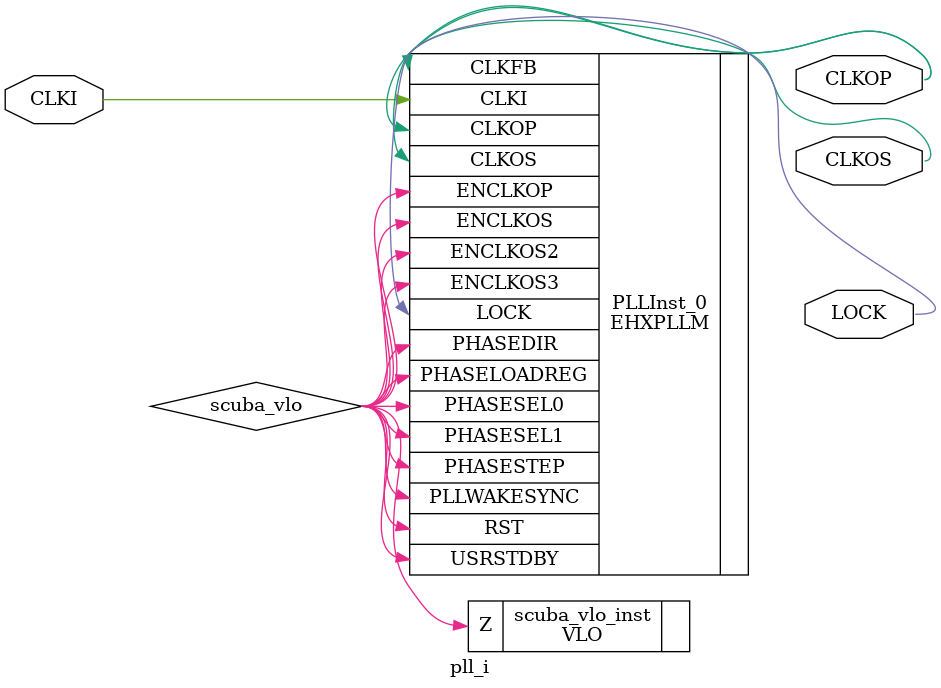
<source format=v>

module pll_i (CLKI, CLKOP, CLKOS, LOCK) /* synthesis NGD_DRC_MASK=1, syn_module_defined=1 */ ;   // c:/users/ethanhead/desktop/gen3-cam-fw/histofpgafw/pll/pll_i/pll_i.v(8[8:13])
    input CLKI;   // c:/users/ethanhead/desktop/gen3-cam-fw/histofpgafw/pll/pll_i/pll_i.v(9[16:20])
    output CLKOP;   // c:/users/ethanhead/desktop/gen3-cam-fw/histofpgafw/pll/pll_i/pll_i.v(10[17:22])
    output CLKOS;   // c:/users/ethanhead/desktop/gen3-cam-fw/histofpgafw/pll/pll_i/pll_i.v(11[17:22])
    output LOCK;   // c:/users/ethanhead/desktop/gen3-cam-fw/histofpgafw/pll/pll_i/pll_i.v(12[17:21])
    
    wire CLKI /* synthesis is_clock=1 */ ;   // c:/users/ethanhead/desktop/gen3-cam-fw/histofpgafw/pll/pll_i/pll_i.v(9[16:20])
    wire CLKOP /* synthesis is_clock=1 */ ;   // c:/users/ethanhead/desktop/gen3-cam-fw/histofpgafw/pll/pll_i/pll_i.v(10[17:22])
    
    wire scuba_vlo, VCC_net;
    
    VLO scuba_vlo_inst (.Z(scuba_vlo));
    EHXPLLM PLLInst_0 (.CLKI(CLKI), .CLKFB(CLKOP), .PHASESEL0(scuba_vlo), 
            .PHASESEL1(scuba_vlo), .PHASEDIR(scuba_vlo), .PHASESTEP(scuba_vlo), 
            .PHASELOADREG(scuba_vlo), .USRSTDBY(scuba_vlo), .PLLWAKESYNC(scuba_vlo), 
            .RST(scuba_vlo), .ENCLKOP(scuba_vlo), .ENCLKOS(scuba_vlo), 
            .ENCLKOS2(scuba_vlo), .ENCLKOS3(scuba_vlo), .CLKOP(CLKOP), 
            .CLKOS(CLKOS), .LOCK(LOCK)) /* synthesis FREQUENCY_PIN_CLKOS="132.800000", FREQUENCY_PIN_CLKOP="83.000000", FREQUENCY_PIN_CLKI="83.000000", ICP_CURRENT="13", LPF_RESISTOR="16", syn_instantiated=1 */ ;
    defparam PLLInst_0.FIN = "100.0000";
    defparam PLLInst_0.CLKI_DIV = 1;
    defparam PLLInst_0.CLKFB_DIV = 1;
    defparam PLLInst_0.CLKOP_DIV = 8;
    defparam PLLInst_0.CLKOS_DIV = 5;
    defparam PLLInst_0.CLKOS2_DIV = 1;
    defparam PLLInst_0.CLKOS3_DIV = 1;
    defparam PLLInst_0.CLKOP_ENABLE = "ENABLED";
    defparam PLLInst_0.CLKOS_ENABLE = "ENABLED";
    defparam PLLInst_0.CLKOS2_ENABLE = "DISABLED";
    defparam PLLInst_0.CLKOS3_ENABLE = "DISABLED";
    defparam PLLInst_0.CLKOP_CPHASE = 7;
    defparam PLLInst_0.CLKOS_CPHASE = 4;
    defparam PLLInst_0.CLKOS2_CPHASE = 0;
    defparam PLLInst_0.CLKOS3_CPHASE = 0;
    defparam PLLInst_0.CLKOP_FPHASE = 0;
    defparam PLLInst_0.CLKOS_FPHASE = 0;
    defparam PLLInst_0.CLKOS2_FPHASE = 0;
    defparam PLLInst_0.CLKOS3_FPHASE = 0;
    defparam PLLInst_0.FEEDBK_PATH = "CLKOP";
    defparam PLLInst_0.CLKOP_TRIM_POL = "FALLING";
    defparam PLLInst_0.CLKOP_TRIM_DELAY = 0;
    defparam PLLInst_0.CLKOS_TRIM_POL = "FALLING";
    defparam PLLInst_0.CLKOS_TRIM_DELAY = 0;
    defparam PLLInst_0.OUTDIVIDER_MUXA = "DIVA";
    defparam PLLInst_0.OUTDIVIDER_MUXB = "DIVB";
    defparam PLLInst_0.OUTDIVIDER_MUXC = "DIVC";
    defparam PLLInst_0.OUTDIVIDER_MUXD = "DIVD";
    defparam PLLInst_0.PLL_LOCK_MODE = 0;
    defparam PLLInst_0.PLL_LOCK_DELAY = 200;
    defparam PLLInst_0.REFIN_RESET = "DISABLED";
    defparam PLLInst_0.SYNC_ENABLE = "DISABLED";
    defparam PLLInst_0.INT_LOCK_STICKY = "ENABLED";
    defparam PLLInst_0.DPHASE_SOURCE = "DISABLED";
    defparam PLLInst_0.STDBY_ENABLE = "DISABLED";
    defparam PLLInst_0.PLLRST_ENA = "DISABLED";
    defparam PLLInst_0.INTFB_WAKE = "DISABLED";
    PUR PUR_INST (.PUR(VCC_net));
    defparam PUR_INST.RST_PULSE = 1;
    GSR GSR_INST (.GSR(VCC_net));
    VHI i83 (.Z(VCC_net));
    
endmodule
//
// Verilog Description of module PUR
// module not written out since it is a black-box. 
//


</source>
